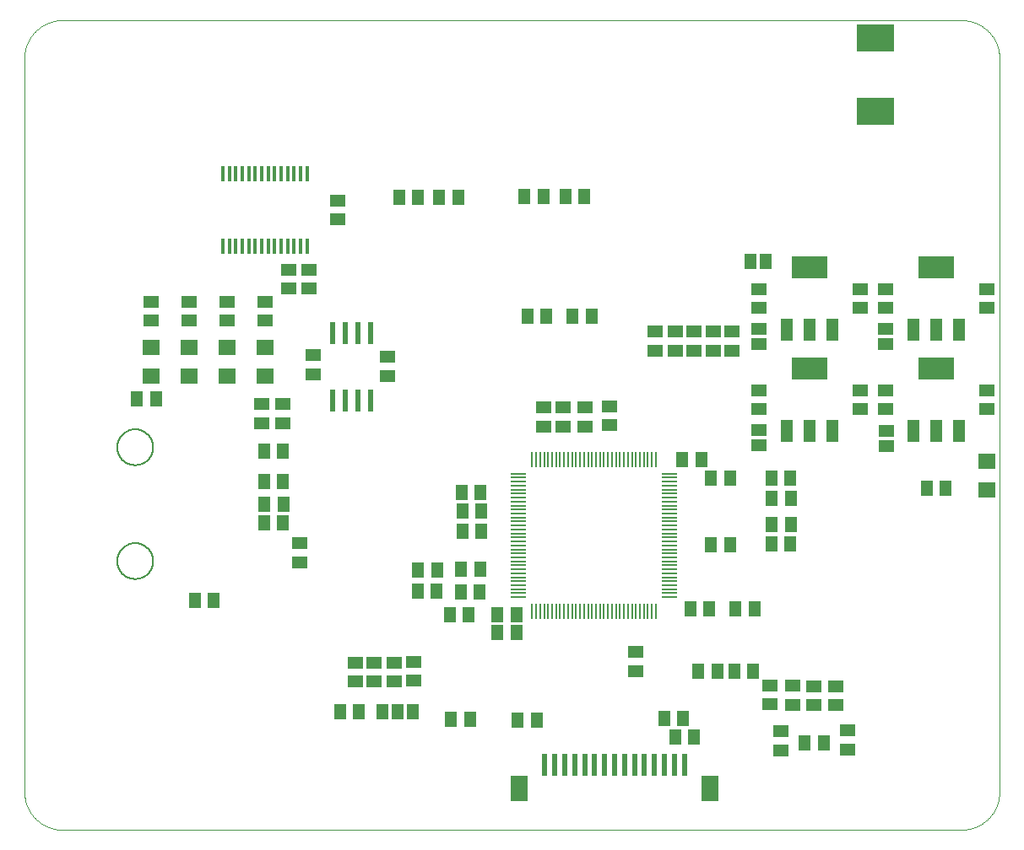
<source format=gtp>
G75*
%MOIN*%
%OFA0B0*%
%FSLAX25Y25*%
%IPPOS*%
%LPD*%
%AMOC8*
5,1,8,0,0,1.08239X$1,22.5*
%
%ADD10C,0.00000*%
%ADD11R,0.05906X0.05118*%
%ADD12R,0.05118X0.05906*%
%ADD13R,0.14961X0.11024*%
%ADD14R,0.07098X0.06299*%
%ADD15R,0.01575X0.05906*%
%ADD16R,0.04800X0.08800*%
%ADD17R,0.14173X0.08661*%
%ADD18R,0.02362X0.08661*%
%ADD19R,0.07087X0.10236*%
%ADD20R,0.04600X0.06300*%
%ADD21R,0.06300X0.04600*%
%ADD22R,0.00787X0.06299*%
%ADD23R,0.06299X0.00787*%
%ADD24C,0.00500*%
%ADD25R,0.02400X0.08700*%
D10*
X0016750Y0002026D02*
X0371750Y0002026D01*
X0372112Y0002030D01*
X0372475Y0002044D01*
X0372837Y0002065D01*
X0373198Y0002096D01*
X0373558Y0002135D01*
X0373917Y0002183D01*
X0374275Y0002240D01*
X0374632Y0002305D01*
X0374987Y0002379D01*
X0375340Y0002462D01*
X0375691Y0002553D01*
X0376039Y0002652D01*
X0376385Y0002760D01*
X0376729Y0002876D01*
X0377069Y0003001D01*
X0377406Y0003133D01*
X0377740Y0003274D01*
X0378071Y0003423D01*
X0378398Y0003580D01*
X0378721Y0003744D01*
X0379040Y0003916D01*
X0379354Y0004096D01*
X0379665Y0004284D01*
X0379970Y0004479D01*
X0380271Y0004681D01*
X0380567Y0004891D01*
X0380857Y0005107D01*
X0381143Y0005331D01*
X0381423Y0005561D01*
X0381697Y0005798D01*
X0381965Y0006042D01*
X0382228Y0006292D01*
X0382484Y0006548D01*
X0382734Y0006811D01*
X0382978Y0007079D01*
X0383215Y0007353D01*
X0383445Y0007633D01*
X0383669Y0007919D01*
X0383885Y0008209D01*
X0384095Y0008505D01*
X0384297Y0008806D01*
X0384492Y0009111D01*
X0384680Y0009422D01*
X0384860Y0009736D01*
X0385032Y0010055D01*
X0385196Y0010378D01*
X0385353Y0010705D01*
X0385502Y0011036D01*
X0385643Y0011370D01*
X0385775Y0011707D01*
X0385900Y0012047D01*
X0386016Y0012391D01*
X0386124Y0012737D01*
X0386223Y0013085D01*
X0386314Y0013436D01*
X0386397Y0013789D01*
X0386471Y0014144D01*
X0386536Y0014501D01*
X0386593Y0014859D01*
X0386641Y0015218D01*
X0386680Y0015578D01*
X0386711Y0015939D01*
X0386732Y0016301D01*
X0386746Y0016664D01*
X0386750Y0017026D01*
X0386750Y0307026D01*
X0386746Y0307388D01*
X0386732Y0307751D01*
X0386711Y0308113D01*
X0386680Y0308474D01*
X0386641Y0308834D01*
X0386593Y0309193D01*
X0386536Y0309551D01*
X0386471Y0309908D01*
X0386397Y0310263D01*
X0386314Y0310616D01*
X0386223Y0310967D01*
X0386124Y0311315D01*
X0386016Y0311661D01*
X0385900Y0312005D01*
X0385775Y0312345D01*
X0385643Y0312682D01*
X0385502Y0313016D01*
X0385353Y0313347D01*
X0385196Y0313674D01*
X0385032Y0313997D01*
X0384860Y0314316D01*
X0384680Y0314630D01*
X0384492Y0314941D01*
X0384297Y0315246D01*
X0384095Y0315547D01*
X0383885Y0315843D01*
X0383669Y0316133D01*
X0383445Y0316419D01*
X0383215Y0316699D01*
X0382978Y0316973D01*
X0382734Y0317241D01*
X0382484Y0317504D01*
X0382228Y0317760D01*
X0381965Y0318010D01*
X0381697Y0318254D01*
X0381423Y0318491D01*
X0381143Y0318721D01*
X0380857Y0318945D01*
X0380567Y0319161D01*
X0380271Y0319371D01*
X0379970Y0319573D01*
X0379665Y0319768D01*
X0379354Y0319956D01*
X0379040Y0320136D01*
X0378721Y0320308D01*
X0378398Y0320472D01*
X0378071Y0320629D01*
X0377740Y0320778D01*
X0377406Y0320919D01*
X0377069Y0321051D01*
X0376729Y0321176D01*
X0376385Y0321292D01*
X0376039Y0321400D01*
X0375691Y0321499D01*
X0375340Y0321590D01*
X0374987Y0321673D01*
X0374632Y0321747D01*
X0374275Y0321812D01*
X0373917Y0321869D01*
X0373558Y0321917D01*
X0373198Y0321956D01*
X0372837Y0321987D01*
X0372475Y0322008D01*
X0372112Y0322022D01*
X0371750Y0322026D01*
X0016750Y0322026D01*
X0016388Y0322022D01*
X0016025Y0322008D01*
X0015663Y0321987D01*
X0015302Y0321956D01*
X0014942Y0321917D01*
X0014583Y0321869D01*
X0014225Y0321812D01*
X0013868Y0321747D01*
X0013513Y0321673D01*
X0013160Y0321590D01*
X0012809Y0321499D01*
X0012461Y0321400D01*
X0012115Y0321292D01*
X0011771Y0321176D01*
X0011431Y0321051D01*
X0011094Y0320919D01*
X0010760Y0320778D01*
X0010429Y0320629D01*
X0010102Y0320472D01*
X0009779Y0320308D01*
X0009460Y0320136D01*
X0009146Y0319956D01*
X0008835Y0319768D01*
X0008530Y0319573D01*
X0008229Y0319371D01*
X0007933Y0319161D01*
X0007643Y0318945D01*
X0007357Y0318721D01*
X0007077Y0318491D01*
X0006803Y0318254D01*
X0006535Y0318010D01*
X0006272Y0317760D01*
X0006016Y0317504D01*
X0005766Y0317241D01*
X0005522Y0316973D01*
X0005285Y0316699D01*
X0005055Y0316419D01*
X0004831Y0316133D01*
X0004615Y0315843D01*
X0004405Y0315547D01*
X0004203Y0315246D01*
X0004008Y0314941D01*
X0003820Y0314630D01*
X0003640Y0314316D01*
X0003468Y0313997D01*
X0003304Y0313674D01*
X0003147Y0313347D01*
X0002998Y0313016D01*
X0002857Y0312682D01*
X0002725Y0312345D01*
X0002600Y0312005D01*
X0002484Y0311661D01*
X0002376Y0311315D01*
X0002277Y0310967D01*
X0002186Y0310616D01*
X0002103Y0310263D01*
X0002029Y0309908D01*
X0001964Y0309551D01*
X0001907Y0309193D01*
X0001859Y0308834D01*
X0001820Y0308474D01*
X0001789Y0308113D01*
X0001768Y0307751D01*
X0001754Y0307388D01*
X0001750Y0307026D01*
X0001750Y0017026D01*
X0001754Y0016664D01*
X0001768Y0016301D01*
X0001789Y0015939D01*
X0001820Y0015578D01*
X0001859Y0015218D01*
X0001907Y0014859D01*
X0001964Y0014501D01*
X0002029Y0014144D01*
X0002103Y0013789D01*
X0002186Y0013436D01*
X0002277Y0013085D01*
X0002376Y0012737D01*
X0002484Y0012391D01*
X0002600Y0012047D01*
X0002725Y0011707D01*
X0002857Y0011370D01*
X0002998Y0011036D01*
X0003147Y0010705D01*
X0003304Y0010378D01*
X0003468Y0010055D01*
X0003640Y0009736D01*
X0003820Y0009422D01*
X0004008Y0009111D01*
X0004203Y0008806D01*
X0004405Y0008505D01*
X0004615Y0008209D01*
X0004831Y0007919D01*
X0005055Y0007633D01*
X0005285Y0007353D01*
X0005522Y0007079D01*
X0005766Y0006811D01*
X0006016Y0006548D01*
X0006272Y0006292D01*
X0006535Y0006042D01*
X0006803Y0005798D01*
X0007077Y0005561D01*
X0007357Y0005331D01*
X0007643Y0005107D01*
X0007933Y0004891D01*
X0008229Y0004681D01*
X0008530Y0004479D01*
X0008835Y0004284D01*
X0009146Y0004096D01*
X0009460Y0003916D01*
X0009779Y0003744D01*
X0010102Y0003580D01*
X0010429Y0003423D01*
X0010760Y0003274D01*
X0011094Y0003133D01*
X0011431Y0003001D01*
X0011771Y0002876D01*
X0012115Y0002760D01*
X0012461Y0002652D01*
X0012809Y0002553D01*
X0013160Y0002462D01*
X0013513Y0002379D01*
X0013868Y0002305D01*
X0014225Y0002240D01*
X0014583Y0002183D01*
X0014942Y0002135D01*
X0015302Y0002096D01*
X0015663Y0002065D01*
X0016025Y0002044D01*
X0016388Y0002030D01*
X0016750Y0002026D01*
D11*
X0132318Y0060539D03*
X0139764Y0060702D03*
X0139764Y0068182D03*
X0132318Y0068019D03*
X0147799Y0068114D03*
X0155618Y0068364D03*
X0155618Y0060883D03*
X0147799Y0060633D03*
X0110614Y0107842D03*
X0110614Y0115323D03*
X0103939Y0162741D03*
X0103939Y0170221D03*
X0095466Y0170209D03*
X0095466Y0162729D03*
X0115667Y0182139D03*
X0115667Y0189619D03*
X0096750Y0203285D03*
X0096750Y0210766D03*
X0106150Y0215919D03*
X0114135Y0216022D03*
X0114135Y0223502D03*
X0106150Y0223399D03*
X0081750Y0210766D03*
X0081750Y0203285D03*
X0066750Y0203285D03*
X0066750Y0210766D03*
X0051750Y0210766D03*
X0051750Y0203285D03*
X0125389Y0243247D03*
X0125389Y0250727D03*
X0145139Y0188910D03*
X0145139Y0181429D03*
X0206803Y0168974D03*
X0214446Y0168971D03*
X0223222Y0168976D03*
X0232673Y0169449D03*
X0232673Y0161968D03*
X0223222Y0161495D03*
X0214446Y0161491D03*
X0206803Y0161494D03*
X0250905Y0191443D03*
X0250905Y0198924D03*
X0258655Y0198990D03*
X0258655Y0191510D03*
X0266159Y0191475D03*
X0266159Y0198955D03*
X0273796Y0198867D03*
X0281271Y0198907D03*
X0281271Y0191427D03*
X0273796Y0191386D03*
X0291750Y0175766D03*
X0291750Y0168285D03*
X0331750Y0168285D03*
X0331750Y0175766D03*
X0341750Y0175766D03*
X0341750Y0168285D03*
X0381750Y0168285D03*
X0381750Y0175766D03*
X0381750Y0208285D03*
X0381750Y0215766D03*
X0341750Y0215766D03*
X0341750Y0208285D03*
X0331750Y0208285D03*
X0331750Y0215766D03*
X0291750Y0215766D03*
X0291750Y0208285D03*
X0243057Y0072269D03*
X0243057Y0064789D03*
X0296078Y0059008D03*
X0305102Y0058903D03*
X0313464Y0058854D03*
X0322027Y0058811D03*
X0322027Y0051331D03*
X0313464Y0051374D03*
X0305102Y0051422D03*
X0296078Y0051527D03*
X0300477Y0040972D03*
X0300477Y0033492D03*
X0326676Y0033846D03*
X0326676Y0041326D03*
D12*
X0317434Y0036493D03*
X0309954Y0036493D03*
X0289498Y0064804D03*
X0282018Y0064804D03*
X0275429Y0064829D03*
X0267949Y0064829D03*
X0261782Y0045908D03*
X0254301Y0045908D03*
X0258784Y0038789D03*
X0266264Y0038789D03*
X0264796Y0089412D03*
X0272277Y0089412D03*
X0282547Y0089348D03*
X0290027Y0089348D03*
X0296717Y0114958D03*
X0304197Y0114958D03*
X0304336Y0122592D03*
X0296855Y0122592D03*
X0296893Y0132885D03*
X0304374Y0132885D03*
X0304257Y0140877D03*
X0296777Y0140877D03*
X0280354Y0141078D03*
X0272874Y0141078D03*
X0269077Y0148392D03*
X0261597Y0148392D03*
X0272929Y0114853D03*
X0280409Y0114853D03*
X0358010Y0137026D03*
X0365490Y0137026D03*
X0225650Y0205074D03*
X0218170Y0205074D03*
X0207881Y0204923D03*
X0200401Y0204923D03*
X0199154Y0252222D03*
X0206634Y0252222D03*
X0215375Y0252236D03*
X0222855Y0252236D03*
X0173070Y0251957D03*
X0165589Y0251957D03*
X0157103Y0252119D03*
X0149623Y0252119D03*
X0053642Y0172249D03*
X0046162Y0172249D03*
X0096335Y0151600D03*
X0103815Y0151600D03*
X0103940Y0139525D03*
X0096459Y0139525D03*
X0096504Y0130757D03*
X0096448Y0123361D03*
X0103928Y0123361D03*
X0103984Y0130757D03*
X0076485Y0092739D03*
X0069005Y0092739D03*
X0126453Y0048751D03*
X0133933Y0048751D03*
X0170262Y0045632D03*
X0177742Y0045632D03*
X0196595Y0045461D03*
X0204075Y0045461D03*
X0196056Y0079881D03*
X0196000Y0087161D03*
X0188519Y0087161D03*
X0188576Y0079881D03*
X0177119Y0087121D03*
X0169638Y0087121D03*
X0174128Y0095959D03*
X0181608Y0095959D03*
X0181631Y0105031D03*
X0174151Y0105031D03*
X0164717Y0104820D03*
X0157236Y0104820D03*
X0157018Y0096411D03*
X0164499Y0096411D03*
X0174681Y0119947D03*
X0182161Y0119947D03*
X0182196Y0127872D03*
X0174716Y0127872D03*
X0174443Y0135394D03*
X0181924Y0135394D03*
D13*
X0337888Y0285892D03*
X0337888Y0315026D03*
D14*
X0381750Y0147624D03*
X0381750Y0136427D03*
X0096750Y0181427D03*
X0096750Y0192624D03*
X0081750Y0192624D03*
X0081750Y0181427D03*
X0066750Y0181427D03*
X0066750Y0192624D03*
X0051750Y0192624D03*
X0051750Y0181427D03*
D15*
X0080116Y0232754D03*
X0082675Y0232754D03*
X0085234Y0232754D03*
X0087793Y0232754D03*
X0090352Y0232754D03*
X0092911Y0232754D03*
X0095470Y0232754D03*
X0098030Y0232754D03*
X0100589Y0232754D03*
X0103148Y0232754D03*
X0105707Y0232754D03*
X0108266Y0232754D03*
X0110825Y0232754D03*
X0113384Y0232754D03*
X0113384Y0261297D03*
X0110825Y0261297D03*
X0108266Y0261297D03*
X0105707Y0261297D03*
X0103148Y0261297D03*
X0100589Y0261297D03*
X0098030Y0261297D03*
X0095470Y0261297D03*
X0092911Y0261297D03*
X0090352Y0261297D03*
X0087793Y0261297D03*
X0085234Y0261297D03*
X0082675Y0261297D03*
X0080116Y0261297D03*
D16*
X0302650Y0199826D03*
X0311750Y0199826D03*
X0320850Y0199826D03*
X0352650Y0199826D03*
X0361750Y0199826D03*
X0370850Y0199826D03*
X0370850Y0159826D03*
X0361750Y0159826D03*
X0352650Y0159826D03*
X0320850Y0159826D03*
X0311750Y0159826D03*
X0302650Y0159826D03*
D17*
X0311750Y0184226D03*
X0311750Y0224226D03*
X0361750Y0224226D03*
X0361750Y0184226D03*
D18*
X0262362Y0027825D03*
X0258425Y0027825D03*
X0254488Y0027825D03*
X0250551Y0027825D03*
X0246614Y0027825D03*
X0242677Y0027825D03*
X0238740Y0027825D03*
X0234803Y0027825D03*
X0230866Y0027825D03*
X0226929Y0027825D03*
X0222992Y0027825D03*
X0219055Y0027825D03*
X0215118Y0027825D03*
X0211181Y0027825D03*
X0207244Y0027825D03*
D19*
X0197007Y0018376D03*
X0272598Y0018376D03*
D20*
X0155281Y0048761D03*
X0149281Y0048761D03*
X0143281Y0048761D03*
X0288453Y0226646D03*
X0294453Y0226646D03*
D21*
X0291790Y0199895D03*
X0291790Y0193895D03*
X0291764Y0160188D03*
X0291764Y0154188D03*
X0342033Y0153630D03*
X0342033Y0159630D03*
X0341787Y0194020D03*
X0341787Y0200020D03*
D22*
X0251078Y0148281D03*
X0249503Y0148281D03*
X0247929Y0148281D03*
X0246354Y0148281D03*
X0244779Y0148281D03*
X0243204Y0148281D03*
X0241629Y0148281D03*
X0240055Y0148281D03*
X0238480Y0148281D03*
X0236905Y0148281D03*
X0235330Y0148281D03*
X0233755Y0148281D03*
X0232181Y0148281D03*
X0230606Y0148281D03*
X0229031Y0148281D03*
X0227456Y0148281D03*
X0225881Y0148281D03*
X0224307Y0148281D03*
X0222732Y0148281D03*
X0221157Y0148281D03*
X0219582Y0148281D03*
X0218007Y0148281D03*
X0216433Y0148281D03*
X0214858Y0148281D03*
X0213283Y0148281D03*
X0211708Y0148281D03*
X0210133Y0148281D03*
X0208559Y0148281D03*
X0206984Y0148281D03*
X0205409Y0148281D03*
X0203834Y0148281D03*
X0202259Y0148281D03*
X0202259Y0088439D03*
X0203834Y0088439D03*
X0205409Y0088439D03*
X0206984Y0088439D03*
X0208559Y0088439D03*
X0210133Y0088439D03*
X0211708Y0088439D03*
X0213283Y0088439D03*
X0214858Y0088439D03*
X0216433Y0088439D03*
X0218007Y0088439D03*
X0219582Y0088439D03*
X0221157Y0088439D03*
X0222732Y0088439D03*
X0224307Y0088439D03*
X0225881Y0088439D03*
X0227456Y0088439D03*
X0229031Y0088439D03*
X0230606Y0088439D03*
X0232181Y0088439D03*
X0233755Y0088439D03*
X0235330Y0088439D03*
X0236905Y0088439D03*
X0238480Y0088439D03*
X0240055Y0088439D03*
X0241629Y0088439D03*
X0243204Y0088439D03*
X0244779Y0088439D03*
X0246354Y0088439D03*
X0247929Y0088439D03*
X0249503Y0088439D03*
X0251078Y0088439D03*
D23*
X0256590Y0093951D03*
X0256590Y0095525D03*
X0256590Y0097100D03*
X0256590Y0098675D03*
X0256590Y0100250D03*
X0256590Y0101825D03*
X0256590Y0103399D03*
X0256590Y0104974D03*
X0256590Y0106549D03*
X0256590Y0108124D03*
X0256590Y0109699D03*
X0256590Y0111274D03*
X0256590Y0112848D03*
X0256590Y0114423D03*
X0256590Y0115998D03*
X0256590Y0117573D03*
X0256590Y0119148D03*
X0256590Y0120722D03*
X0256590Y0122297D03*
X0256590Y0123872D03*
X0256590Y0125447D03*
X0256590Y0127022D03*
X0256590Y0128596D03*
X0256590Y0130171D03*
X0256590Y0131746D03*
X0256590Y0133321D03*
X0256590Y0134896D03*
X0256590Y0136470D03*
X0256590Y0138045D03*
X0256590Y0139620D03*
X0256590Y0141195D03*
X0256590Y0142770D03*
X0196748Y0142770D03*
X0196748Y0141195D03*
X0196748Y0139620D03*
X0196748Y0138045D03*
X0196748Y0136470D03*
X0196748Y0134896D03*
X0196748Y0133321D03*
X0196748Y0131746D03*
X0196748Y0130171D03*
X0196748Y0128596D03*
X0196748Y0127022D03*
X0196748Y0125447D03*
X0196748Y0123872D03*
X0196748Y0122297D03*
X0196748Y0120722D03*
X0196748Y0119148D03*
X0196748Y0117573D03*
X0196748Y0115998D03*
X0196748Y0114423D03*
X0196748Y0112848D03*
X0196748Y0111274D03*
X0196748Y0109699D03*
X0196748Y0108124D03*
X0196748Y0106549D03*
X0196748Y0104974D03*
X0196748Y0103399D03*
X0196748Y0101825D03*
X0196748Y0100250D03*
X0196748Y0098675D03*
X0196748Y0097100D03*
X0196748Y0095525D03*
X0196748Y0093951D03*
D24*
X0038403Y0108266D02*
X0038405Y0108440D01*
X0038412Y0108614D01*
X0038422Y0108787D01*
X0038437Y0108961D01*
X0038456Y0109134D01*
X0038480Y0109306D01*
X0038507Y0109478D01*
X0038539Y0109649D01*
X0038575Y0109819D01*
X0038615Y0109988D01*
X0038660Y0110156D01*
X0038708Y0110323D01*
X0038761Y0110489D01*
X0038817Y0110654D01*
X0038878Y0110817D01*
X0038942Y0110978D01*
X0039011Y0111138D01*
X0039083Y0111296D01*
X0039160Y0111452D01*
X0039240Y0111607D01*
X0039324Y0111759D01*
X0039411Y0111909D01*
X0039503Y0112058D01*
X0039597Y0112203D01*
X0039696Y0112347D01*
X0039798Y0112488D01*
X0039903Y0112626D01*
X0040012Y0112762D01*
X0040124Y0112895D01*
X0040239Y0113025D01*
X0040357Y0113153D01*
X0040479Y0113277D01*
X0040603Y0113399D01*
X0040731Y0113517D01*
X0040861Y0113632D01*
X0040994Y0113744D01*
X0041130Y0113853D01*
X0041268Y0113958D01*
X0041409Y0114060D01*
X0041553Y0114159D01*
X0041698Y0114253D01*
X0041847Y0114345D01*
X0041997Y0114432D01*
X0042149Y0114516D01*
X0042304Y0114596D01*
X0042460Y0114673D01*
X0042618Y0114745D01*
X0042778Y0114814D01*
X0042939Y0114878D01*
X0043102Y0114939D01*
X0043267Y0114995D01*
X0043433Y0115048D01*
X0043600Y0115096D01*
X0043768Y0115141D01*
X0043937Y0115181D01*
X0044107Y0115217D01*
X0044278Y0115249D01*
X0044450Y0115276D01*
X0044622Y0115300D01*
X0044795Y0115319D01*
X0044969Y0115334D01*
X0045142Y0115344D01*
X0045316Y0115351D01*
X0045490Y0115353D01*
X0045664Y0115351D01*
X0045838Y0115344D01*
X0046011Y0115334D01*
X0046185Y0115319D01*
X0046358Y0115300D01*
X0046530Y0115276D01*
X0046702Y0115249D01*
X0046873Y0115217D01*
X0047043Y0115181D01*
X0047212Y0115141D01*
X0047380Y0115096D01*
X0047547Y0115048D01*
X0047713Y0114995D01*
X0047878Y0114939D01*
X0048041Y0114878D01*
X0048202Y0114814D01*
X0048362Y0114745D01*
X0048520Y0114673D01*
X0048676Y0114596D01*
X0048831Y0114516D01*
X0048983Y0114432D01*
X0049133Y0114345D01*
X0049282Y0114253D01*
X0049427Y0114159D01*
X0049571Y0114060D01*
X0049712Y0113958D01*
X0049850Y0113853D01*
X0049986Y0113744D01*
X0050119Y0113632D01*
X0050249Y0113517D01*
X0050377Y0113399D01*
X0050501Y0113277D01*
X0050623Y0113153D01*
X0050741Y0113025D01*
X0050856Y0112895D01*
X0050968Y0112762D01*
X0051077Y0112626D01*
X0051182Y0112488D01*
X0051284Y0112347D01*
X0051383Y0112203D01*
X0051477Y0112058D01*
X0051569Y0111909D01*
X0051656Y0111759D01*
X0051740Y0111607D01*
X0051820Y0111452D01*
X0051897Y0111296D01*
X0051969Y0111138D01*
X0052038Y0110978D01*
X0052102Y0110817D01*
X0052163Y0110654D01*
X0052219Y0110489D01*
X0052272Y0110323D01*
X0052320Y0110156D01*
X0052365Y0109988D01*
X0052405Y0109819D01*
X0052441Y0109649D01*
X0052473Y0109478D01*
X0052500Y0109306D01*
X0052524Y0109134D01*
X0052543Y0108961D01*
X0052558Y0108787D01*
X0052568Y0108614D01*
X0052575Y0108440D01*
X0052577Y0108266D01*
X0052575Y0108092D01*
X0052568Y0107918D01*
X0052558Y0107745D01*
X0052543Y0107571D01*
X0052524Y0107398D01*
X0052500Y0107226D01*
X0052473Y0107054D01*
X0052441Y0106883D01*
X0052405Y0106713D01*
X0052365Y0106544D01*
X0052320Y0106376D01*
X0052272Y0106209D01*
X0052219Y0106043D01*
X0052163Y0105878D01*
X0052102Y0105715D01*
X0052038Y0105554D01*
X0051969Y0105394D01*
X0051897Y0105236D01*
X0051820Y0105080D01*
X0051740Y0104925D01*
X0051656Y0104773D01*
X0051569Y0104623D01*
X0051477Y0104474D01*
X0051383Y0104329D01*
X0051284Y0104185D01*
X0051182Y0104044D01*
X0051077Y0103906D01*
X0050968Y0103770D01*
X0050856Y0103637D01*
X0050741Y0103507D01*
X0050623Y0103379D01*
X0050501Y0103255D01*
X0050377Y0103133D01*
X0050249Y0103015D01*
X0050119Y0102900D01*
X0049986Y0102788D01*
X0049850Y0102679D01*
X0049712Y0102574D01*
X0049571Y0102472D01*
X0049427Y0102373D01*
X0049282Y0102279D01*
X0049133Y0102187D01*
X0048983Y0102100D01*
X0048831Y0102016D01*
X0048676Y0101936D01*
X0048520Y0101859D01*
X0048362Y0101787D01*
X0048202Y0101718D01*
X0048041Y0101654D01*
X0047878Y0101593D01*
X0047713Y0101537D01*
X0047547Y0101484D01*
X0047380Y0101436D01*
X0047212Y0101391D01*
X0047043Y0101351D01*
X0046873Y0101315D01*
X0046702Y0101283D01*
X0046530Y0101256D01*
X0046358Y0101232D01*
X0046185Y0101213D01*
X0046011Y0101198D01*
X0045838Y0101188D01*
X0045664Y0101181D01*
X0045490Y0101179D01*
X0045316Y0101181D01*
X0045142Y0101188D01*
X0044969Y0101198D01*
X0044795Y0101213D01*
X0044622Y0101232D01*
X0044450Y0101256D01*
X0044278Y0101283D01*
X0044107Y0101315D01*
X0043937Y0101351D01*
X0043768Y0101391D01*
X0043600Y0101436D01*
X0043433Y0101484D01*
X0043267Y0101537D01*
X0043102Y0101593D01*
X0042939Y0101654D01*
X0042778Y0101718D01*
X0042618Y0101787D01*
X0042460Y0101859D01*
X0042304Y0101936D01*
X0042149Y0102016D01*
X0041997Y0102100D01*
X0041847Y0102187D01*
X0041698Y0102279D01*
X0041553Y0102373D01*
X0041409Y0102472D01*
X0041268Y0102574D01*
X0041130Y0102679D01*
X0040994Y0102788D01*
X0040861Y0102900D01*
X0040731Y0103015D01*
X0040603Y0103133D01*
X0040479Y0103255D01*
X0040357Y0103379D01*
X0040239Y0103507D01*
X0040124Y0103637D01*
X0040012Y0103770D01*
X0039903Y0103906D01*
X0039798Y0104044D01*
X0039696Y0104185D01*
X0039597Y0104329D01*
X0039503Y0104474D01*
X0039411Y0104623D01*
X0039324Y0104773D01*
X0039240Y0104925D01*
X0039160Y0105080D01*
X0039083Y0105236D01*
X0039011Y0105394D01*
X0038942Y0105554D01*
X0038878Y0105715D01*
X0038817Y0105878D01*
X0038761Y0106043D01*
X0038708Y0106209D01*
X0038660Y0106376D01*
X0038615Y0106544D01*
X0038575Y0106713D01*
X0038539Y0106883D01*
X0038507Y0107054D01*
X0038480Y0107226D01*
X0038456Y0107398D01*
X0038437Y0107571D01*
X0038422Y0107745D01*
X0038412Y0107918D01*
X0038405Y0108092D01*
X0038403Y0108266D01*
X0038403Y0153266D02*
X0038405Y0153440D01*
X0038412Y0153614D01*
X0038422Y0153787D01*
X0038437Y0153961D01*
X0038456Y0154134D01*
X0038480Y0154306D01*
X0038507Y0154478D01*
X0038539Y0154649D01*
X0038575Y0154819D01*
X0038615Y0154988D01*
X0038660Y0155156D01*
X0038708Y0155323D01*
X0038761Y0155489D01*
X0038817Y0155654D01*
X0038878Y0155817D01*
X0038942Y0155978D01*
X0039011Y0156138D01*
X0039083Y0156296D01*
X0039160Y0156452D01*
X0039240Y0156607D01*
X0039324Y0156759D01*
X0039411Y0156909D01*
X0039503Y0157058D01*
X0039597Y0157203D01*
X0039696Y0157347D01*
X0039798Y0157488D01*
X0039903Y0157626D01*
X0040012Y0157762D01*
X0040124Y0157895D01*
X0040239Y0158025D01*
X0040357Y0158153D01*
X0040479Y0158277D01*
X0040603Y0158399D01*
X0040731Y0158517D01*
X0040861Y0158632D01*
X0040994Y0158744D01*
X0041130Y0158853D01*
X0041268Y0158958D01*
X0041409Y0159060D01*
X0041553Y0159159D01*
X0041698Y0159253D01*
X0041847Y0159345D01*
X0041997Y0159432D01*
X0042149Y0159516D01*
X0042304Y0159596D01*
X0042460Y0159673D01*
X0042618Y0159745D01*
X0042778Y0159814D01*
X0042939Y0159878D01*
X0043102Y0159939D01*
X0043267Y0159995D01*
X0043433Y0160048D01*
X0043600Y0160096D01*
X0043768Y0160141D01*
X0043937Y0160181D01*
X0044107Y0160217D01*
X0044278Y0160249D01*
X0044450Y0160276D01*
X0044622Y0160300D01*
X0044795Y0160319D01*
X0044969Y0160334D01*
X0045142Y0160344D01*
X0045316Y0160351D01*
X0045490Y0160353D01*
X0045664Y0160351D01*
X0045838Y0160344D01*
X0046011Y0160334D01*
X0046185Y0160319D01*
X0046358Y0160300D01*
X0046530Y0160276D01*
X0046702Y0160249D01*
X0046873Y0160217D01*
X0047043Y0160181D01*
X0047212Y0160141D01*
X0047380Y0160096D01*
X0047547Y0160048D01*
X0047713Y0159995D01*
X0047878Y0159939D01*
X0048041Y0159878D01*
X0048202Y0159814D01*
X0048362Y0159745D01*
X0048520Y0159673D01*
X0048676Y0159596D01*
X0048831Y0159516D01*
X0048983Y0159432D01*
X0049133Y0159345D01*
X0049282Y0159253D01*
X0049427Y0159159D01*
X0049571Y0159060D01*
X0049712Y0158958D01*
X0049850Y0158853D01*
X0049986Y0158744D01*
X0050119Y0158632D01*
X0050249Y0158517D01*
X0050377Y0158399D01*
X0050501Y0158277D01*
X0050623Y0158153D01*
X0050741Y0158025D01*
X0050856Y0157895D01*
X0050968Y0157762D01*
X0051077Y0157626D01*
X0051182Y0157488D01*
X0051284Y0157347D01*
X0051383Y0157203D01*
X0051477Y0157058D01*
X0051569Y0156909D01*
X0051656Y0156759D01*
X0051740Y0156607D01*
X0051820Y0156452D01*
X0051897Y0156296D01*
X0051969Y0156138D01*
X0052038Y0155978D01*
X0052102Y0155817D01*
X0052163Y0155654D01*
X0052219Y0155489D01*
X0052272Y0155323D01*
X0052320Y0155156D01*
X0052365Y0154988D01*
X0052405Y0154819D01*
X0052441Y0154649D01*
X0052473Y0154478D01*
X0052500Y0154306D01*
X0052524Y0154134D01*
X0052543Y0153961D01*
X0052558Y0153787D01*
X0052568Y0153614D01*
X0052575Y0153440D01*
X0052577Y0153266D01*
X0052575Y0153092D01*
X0052568Y0152918D01*
X0052558Y0152745D01*
X0052543Y0152571D01*
X0052524Y0152398D01*
X0052500Y0152226D01*
X0052473Y0152054D01*
X0052441Y0151883D01*
X0052405Y0151713D01*
X0052365Y0151544D01*
X0052320Y0151376D01*
X0052272Y0151209D01*
X0052219Y0151043D01*
X0052163Y0150878D01*
X0052102Y0150715D01*
X0052038Y0150554D01*
X0051969Y0150394D01*
X0051897Y0150236D01*
X0051820Y0150080D01*
X0051740Y0149925D01*
X0051656Y0149773D01*
X0051569Y0149623D01*
X0051477Y0149474D01*
X0051383Y0149329D01*
X0051284Y0149185D01*
X0051182Y0149044D01*
X0051077Y0148906D01*
X0050968Y0148770D01*
X0050856Y0148637D01*
X0050741Y0148507D01*
X0050623Y0148379D01*
X0050501Y0148255D01*
X0050377Y0148133D01*
X0050249Y0148015D01*
X0050119Y0147900D01*
X0049986Y0147788D01*
X0049850Y0147679D01*
X0049712Y0147574D01*
X0049571Y0147472D01*
X0049427Y0147373D01*
X0049282Y0147279D01*
X0049133Y0147187D01*
X0048983Y0147100D01*
X0048831Y0147016D01*
X0048676Y0146936D01*
X0048520Y0146859D01*
X0048362Y0146787D01*
X0048202Y0146718D01*
X0048041Y0146654D01*
X0047878Y0146593D01*
X0047713Y0146537D01*
X0047547Y0146484D01*
X0047380Y0146436D01*
X0047212Y0146391D01*
X0047043Y0146351D01*
X0046873Y0146315D01*
X0046702Y0146283D01*
X0046530Y0146256D01*
X0046358Y0146232D01*
X0046185Y0146213D01*
X0046011Y0146198D01*
X0045838Y0146188D01*
X0045664Y0146181D01*
X0045490Y0146179D01*
X0045316Y0146181D01*
X0045142Y0146188D01*
X0044969Y0146198D01*
X0044795Y0146213D01*
X0044622Y0146232D01*
X0044450Y0146256D01*
X0044278Y0146283D01*
X0044107Y0146315D01*
X0043937Y0146351D01*
X0043768Y0146391D01*
X0043600Y0146436D01*
X0043433Y0146484D01*
X0043267Y0146537D01*
X0043102Y0146593D01*
X0042939Y0146654D01*
X0042778Y0146718D01*
X0042618Y0146787D01*
X0042460Y0146859D01*
X0042304Y0146936D01*
X0042149Y0147016D01*
X0041997Y0147100D01*
X0041847Y0147187D01*
X0041698Y0147279D01*
X0041553Y0147373D01*
X0041409Y0147472D01*
X0041268Y0147574D01*
X0041130Y0147679D01*
X0040994Y0147788D01*
X0040861Y0147900D01*
X0040731Y0148015D01*
X0040603Y0148133D01*
X0040479Y0148255D01*
X0040357Y0148379D01*
X0040239Y0148507D01*
X0040124Y0148637D01*
X0040012Y0148770D01*
X0039903Y0148906D01*
X0039798Y0149044D01*
X0039696Y0149185D01*
X0039597Y0149329D01*
X0039503Y0149474D01*
X0039411Y0149623D01*
X0039324Y0149773D01*
X0039240Y0149925D01*
X0039160Y0150080D01*
X0039083Y0150236D01*
X0039011Y0150394D01*
X0038942Y0150554D01*
X0038878Y0150715D01*
X0038817Y0150878D01*
X0038761Y0151043D01*
X0038708Y0151209D01*
X0038660Y0151376D01*
X0038615Y0151544D01*
X0038575Y0151713D01*
X0038539Y0151883D01*
X0038507Y0152054D01*
X0038480Y0152226D01*
X0038456Y0152398D01*
X0038437Y0152571D01*
X0038422Y0152745D01*
X0038412Y0152918D01*
X0038405Y0153092D01*
X0038403Y0153266D01*
D25*
X0123595Y0171813D03*
X0128595Y0171813D03*
X0133595Y0171813D03*
X0138595Y0171813D03*
X0138595Y0198313D03*
X0133595Y0198313D03*
X0128595Y0198313D03*
X0123595Y0198313D03*
M02*

</source>
